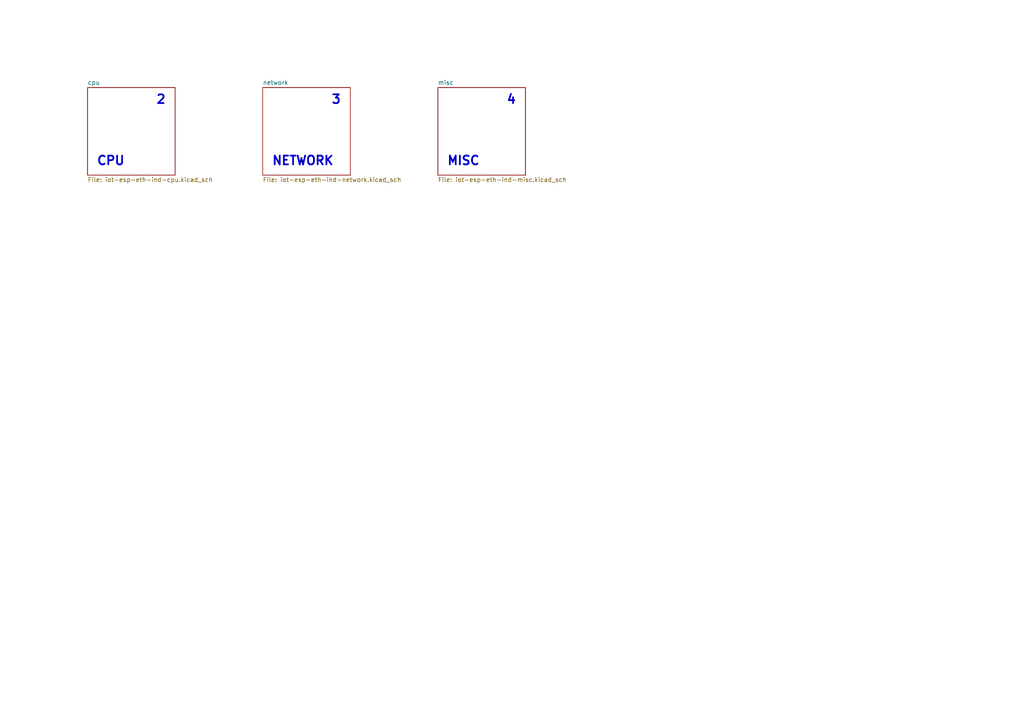
<source format=kicad_sch>
(kicad_sch (version 20211123) (generator eeschema)
  (paper "A4")
  (title_block (title "IOT ESP Ethernet") (date "2023-12-30") (rev "1") (company "Uysan"))
  (lib_symbols)
  (text "NETWORK" (at 78.74 48.26 0) (effects (font (size 2.54 2.54) (thickness 0.508) bold) (justify left bottom)))
  (text "MISC" (at 129.54 48.26 0) (effects (font (size 2.54 2.54) (thickness 0.508) bold) (justify left bottom)))
  (text "2" (at 48.26 30.48 180) (effects (font (size 2.54 2.54) (thickness 0.508) bold) (justify right bottom)))
  (text "3" (at 99.06 30.48 180) (effects (font (size 2.54 2.54) (thickness 0.508) bold) (justify right bottom)))
  (text "4" (at 149.86 30.48 180) (effects (font (size 2.54 2.54) (thickness 0.508) bold) (justify right bottom)))
  (text "CPU" (at 27.94 48.26 0) (effects (font (size 2.54 2.54) (thickness 0.508) bold) (justify left bottom)))
  (sheet (at 25.4 25.4) (size 25.4 25.4)
    (property "Sheet name" "cpu" (at 25.4 24.6884 0) (effects (justify left bottom)))
    (property "Sheet file" "iot-esp-eth-ind-cpu.kicad_sch" (at 25.4 51.3846 0) (effects (justify left top)))
  )
  (sheet (at 76.2 25.4) (size 25.4 25.4)
    (property "Sheet name" "network" (at 76.2 24.6884 0) (effects (justify left bottom)))
    (property "Sheet file" "iot-esp-eth-ind-network.kicad_sch" (at 76.2 51.3846 0) (effects (justify left top)))
  )
  (sheet (at 127 25.4) (size 25.4 25.4)
    (property "Sheet name" "misc" (at 127 24.6884 0) (effects (justify left bottom)))
    (property "Sheet file" "iot-esp-eth-ind-misc.kicad_sch" (at 127 51.3846 0) (effects (justify left top)))
  )
)
</source>
